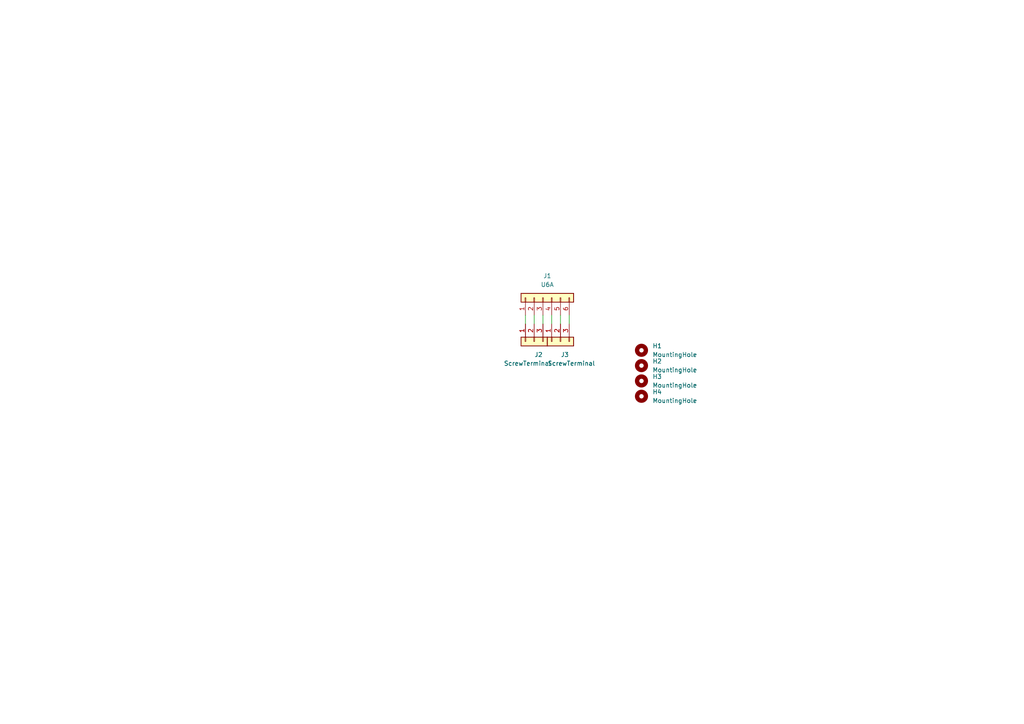
<source format=kicad_sch>
(kicad_sch (version 20231120) (generator "eeschema") (generator_version "8.0")
  (paper "A4")
  (lib_symbols
    (symbol "Connector_Generic:Conn_01x03" (pin_names (offset 1.016) hide)
      (property "Reference" "J" (at 0 5.08 0))
      (property "Value" "Conn_01x03" (at 0 -5.08 0))
      (symbol "Conn_01x03_1_1"
        (rectangle (start -1.27 -2.413) (end 0 -2.667) (stroke (width 0.1524)))
        (rectangle (start -1.27 0.127) (end 0 -0.127) (stroke (width 0.1524)))
        (rectangle (start -1.27 2.667) (end 0 2.413) (stroke (width 0.1524)))
        (rectangle (start -1.27 3.81) (end 1.27 -3.81) (stroke (width 0.254)) (fill (type background)))
        (pin passive line (at -5.08 2.54 0) (length 3.81) (name "Pin_1") (number "1"))
        (pin passive line (at -5.08 0 0) (length 3.81) (name "Pin_2") (number "2"))
        (pin passive line (at -5.08 -2.54 0) (length 3.81) (name "Pin_3") (number "3"))
      )
    )
    (symbol "Connector_Generic:Conn_01x06" (pin_names (offset 1.016) hide)
      (property "Reference" "J" (at 0 7.62 0))
      (property "Value" "Conn_01x06" (at 0 -10.16 0))
      (symbol "Conn_01x06_1_1"
        (rectangle (start -1.27 -7.493) (end 0 -7.747) (stroke (width 0.1524)))
        (rectangle (start -1.27 -4.953) (end 0 -5.207) (stroke (width 0.1524)))
        (rectangle (start -1.27 -2.413) (end 0 -2.667) (stroke (width 0.1524)))
        (rectangle (start -1.27 0.127) (end 0 -0.127) (stroke (width 0.1524)))
        (rectangle (start -1.27 2.667) (end 0 2.413) (stroke (width 0.1524)))
        (rectangle (start -1.27 5.207) (end 0 4.953) (stroke (width 0.1524)))
        (rectangle (start -1.27 6.35) (end 1.27 -8.89) (stroke (width 0.254)) (fill (type background)))
        (pin passive line (at -5.08 5.08 0) (length 3.81) (name "Pin_1") (number "1"))
        (pin passive line (at -5.08 2.54 0) (length 3.81) (name "Pin_2") (number "2"))
        (pin passive line (at -5.08 0 0) (length 3.81) (name "Pin_3") (number "3"))
        (pin passive line (at -5.08 -2.54 0) (length 3.81) (name "Pin_4") (number "4"))
        (pin passive line (at -5.08 -5.08 0) (length 3.81) (name "Pin_5") (number "5"))
        (pin passive line (at -5.08 -7.62 0) (length 3.81) (name "Pin_6") (number "6"))
      )
    )
    (symbol "Mechanical:MountingHole" (pin_names (offset 1.016))
      (property "Reference" "H" (at 0 5.08 0))
      (property "Value" "MountingHole" (at 0 3.175 0))
      (symbol "MountingHole_0_1"
        (circle (center 0 0) (radius 1.27) (stroke (width 1.27)))
      )
    )
  )
  (wire (pts (xy 157.48 91.44) (xy 157.48 93.98)))
  (wire (pts (xy 160.02 91.44) (xy 160.02 93.98)))
  (wire (pts (xy 162.56 91.44) (xy 162.56 93.98)))
  (wire (pts (xy 165.1 91.44) (xy 165.1 93.98)))
  (wire (pts (xy 154.94 91.44) (xy 154.94 93.98)))
  (wire (pts (xy 152.4 91.44) (xy 152.4 93.98)))
  (symbol (lib_id "Mechanical:MountingHole") (at 186.055 101.6 0) (unit 1)
    (property "Reference" "H1" (at 189.23 100.33 0) (effects (justify left)))
    (property "Value" "MountingHole" (at 189.23 102.87 0) (effects (justify left)))
    (property "Footprint" "MountingHole:MountingHole_3.2mm_M3" (effects (hide yes)))
  )
  (symbol (lib_id "Connector_Generic:Conn_01x06") (at 157.48 86.36 90) (unit 1)
    (property "Reference" "J1" (at 158.75 80.01 90))
    (property "Value" "U6A" (at 158.75 82.55 90))
    (property "Footprint" "Retronics_Connectors:U6A_UX6_TubeSocket" (effects (hide yes)))
    (property "Description" "Generic connector, single row, 01x06, script generated (kicad-library-utils/schlib/autogen/connector/)" (effects (hide yes)))
  )
  (symbol (lib_id "Mechanical:MountingHole") (at 186.055 106.045 0) (unit 1)
    (property "Reference" "H2" (at 189.23 104.775 0) (effects (justify left)))
    (property "Value" "MountingHole" (at 189.23 107.315 0) (effects (justify left)))
    (property "Footprint" "MountingHole:MountingHole_3.2mm_M3" (effects (hide yes)))
  )
  (symbol (lib_id "Mechanical:MountingHole") (at 186.055 114.935 0) (unit 1)
    (property "Reference" "H4" (at 189.23 113.665 0) (effects (justify left)))
    (property "Value" "MountingHole" (at 189.23 116.205 0) (effects (justify left)))
    (property "Footprint" "MountingHole:MountingHole_3.2mm_M3" (effects (hide yes)))
  )
  (symbol (lib_id "Connector_Generic:Conn_01x03") (at 154.94 99.06 90) (mirror x) (unit 1)
    (property "Reference" "J2" (at 156.21 102.87 90))
    (property "Value" "ScrewTerminal" (at 153.035 105.41 90))
    (property "Footprint" "Retronics_Connectors:ScrewTerminal_JL635_3" (effects (hide yes)))
    (property "Description" "Generic connector, single row, 01x03, script generated (kicad-library-utils/schlib/autogen/connector/)" (effects (hide yes)))
  )
  (symbol (lib_id "Mechanical:MountingHole") (at 186.055 110.49 0) (unit 1)
    (property "Reference" "H3" (at 189.23 109.22 0) (effects (justify left)))
    (property "Value" "MountingHole" (at 189.23 111.76 0) (effects (justify left)))
    (property "Footprint" "MountingHole:MountingHole_3.2mm_M3" (effects (hide yes)))
  )
  (symbol (lib_id "Connector_Generic:Conn_01x03") (at 162.56 99.06 90) (mirror x) (unit 1)
    (property "Reference" "J3" (at 163.83 102.87 90))
    (property "Value" "ScrewTerminal" (at 165.735 105.41 90))
    (property "Footprint" "Retronics_Connectors:ScrewTerminal_JL635_3" (effects (hide yes)))
    (property "Description" "Generic connector, single row, 01x03, script generated (kicad-library-utils/schlib/autogen/connector/)" (effects (hide yes)))
  )
)
</source>
